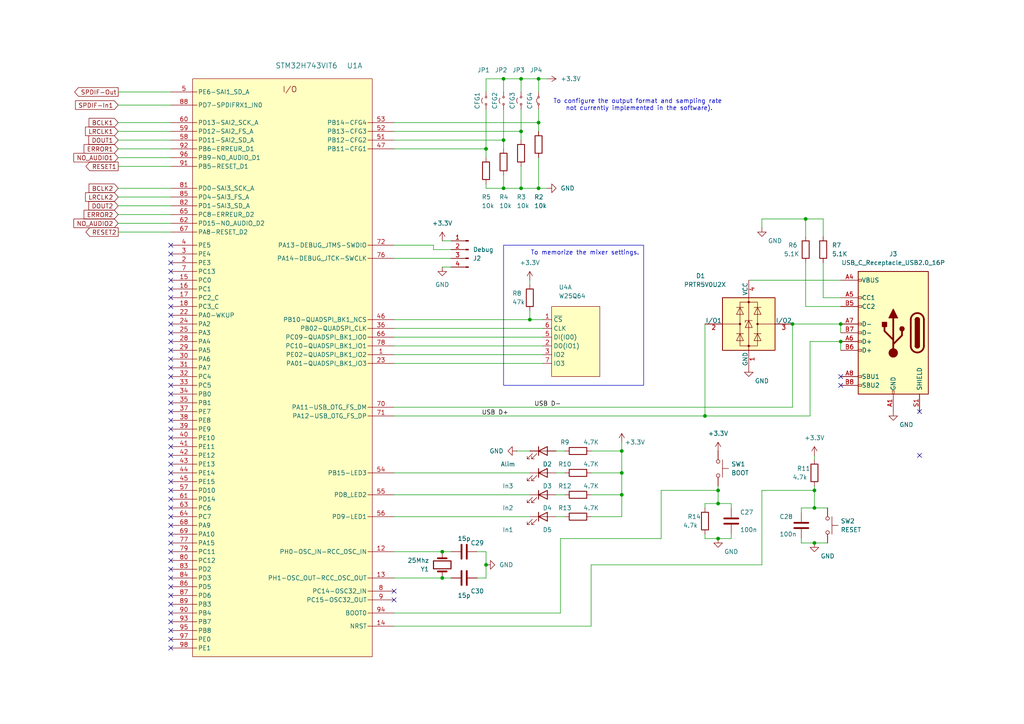
<source format=kicad_sch>
(kicad_sch (version 20250114) (generator "eeschema") (generator_version "9.0")
  (paper "A4")
  (title_block (title "S/PDIF ASYNCHRONOUS MIXER") (date "2024-10-27") (rev "A") (company "DAD Design"))
  (lib_symbols
    (symbol "Connector:Conn_01x04_Pin" (pin_names (offset 1.016) (hide yes))
      (property "Reference" "J1" (at -1.27 -2.5401 0))
      (property "Value" "Debug" (at -1.27 -0.0001 0))
      (symbol "Conn_01x04_Pin_1_1"
        (rectangle (start 0.8636 2.667) (end 0 2.413) (stroke (width 0.1524)) (fill (type outline)))
        (rectangle (start 0.8636 0.127) (end 0 -0.127) (stroke (width 0.1524)) (fill (type outline)))
        (rectangle (start 0.8636 -2.413) (end 0 -2.667) (stroke (width 0.1524)) (fill (type outline)))
        (rectangle (start 0.8636 -4.953) (end 0 -5.207) (stroke (width 0.1524)) (fill (type outline)))
        (polyline (pts (xy 1.27 2.54) (xy 0.8636 2.54)) (stroke (width 0.1524)))
        (polyline (pts (xy 1.27 0) (xy 0.8636 0)) (stroke (width 0.1524)))
        (polyline (pts (xy 1.27 -2.54) (xy 0.8636 -2.54)) (stroke (width 0.1524)))
        (polyline (pts (xy 1.27 -5.08) (xy 0.8636 -5.08)) (stroke (width 0.1524)))
        (pin power_in line (at 5.08 2.54 180) (length 3.81) (name "Pin_1") (number "1"))
        (pin bidirectional line (at 5.08 0 180) (length 3.81) (name "Pin_2") (number "2"))
        (pin bidirectional line (at 5.08 -2.54 180) (length 3.81) (name "Pin_3") (number "3"))
        (pin power_in line (at 5.08 -5.08 180) (length 3.81) (name "Pin_4") (number "4"))
      )
    )
    (symbol "Connector:USB_C_Receptacle_USB2.0_16P" (pin_names (offset 1.016))
      (property "Reference" "J" (at 0 22.225 0))
      (property "Value" "USB_C_Receptacle_USB2.0_16P" (at 0 19.685 0))
      (symbol "USB_C_Receptacle_USB2.0_16P_0_0"
        (rectangle (start -0.254 -17.78) (end 0.254 -16.764))
        (rectangle (start 10.16 15.494) (end 9.144 14.986))
        (rectangle (start 10.16 10.414) (end 9.144 9.906))
        (rectangle (start 10.16 7.874) (end 9.144 7.366))
        (rectangle (start 10.16 2.794) (end 9.144 2.286))
        (rectangle (start 10.16 0.254) (end 9.144 -0.254))
        (rectangle (start 10.16 -2.286) (end 9.144 -2.794))
        (rectangle (start 10.16 -4.826) (end 9.144 -5.334))
        (rectangle (start 10.16 -12.446) (end 9.144 -12.954))
        (rectangle (start 10.16 -14.986) (end 9.144 -15.494))
      )
      (symbol "USB_C_Receptacle_USB2.0_16P_0_1"
        (rectangle (start -10.16 17.78) (end 10.16 -17.78) (stroke (width 0.254)) (fill (type background)))
        (polyline (pts (xy -8.89 -3.81) (xy -8.89 3.81)) (stroke (width 0.508)))
        (rectangle (start -7.62 -3.81) (end -6.35 3.81) (stroke (width 0.254)) (fill (type outline)))
        (arc (start -7.62 3.81) (mid -6.985 4.4423) (end -6.35 3.81) (stroke (width 0.254)))
        (arc (start -7.62 3.81) (mid -6.985 4.4423) (end -6.35 3.81) (stroke (width 0.254)) (fill (type outline)))
        (arc (start -8.89 3.81) (mid -6.985 5.7067) (end -5.08 3.81) (stroke (width 0.508)))
        (arc (start -5.08 -3.81) (mid -6.985 -5.7067) (end -8.89 -3.81) (stroke (width 0.508)))
        (arc (start -6.35 -3.81) (mid -6.985 -4.4423) (end -7.62 -3.81) (stroke (width 0.254)))
        (arc (start -6.35 -3.81) (mid -6.985 -4.4423) (end -7.62 -3.81) (stroke (width 0.254)) (fill (type outline)))
        (polyline (pts (xy -5.08 3.81) (xy -5.08 -3.81)) (stroke (width 0.508)))
        (circle (center -2.54 1.143) (radius 0.635) (stroke (width 0.254)) (fill (type outline)))
        (polyline (pts (xy -1.27 4.318) (xy 0 6.858) (xy 1.27 4.318) (xy -1.27 4.318)) (stroke (width 0.254)) (fill (type outline)))
        (polyline (pts (xy 0 -2.032) (xy 2.54 0.508) (xy 2.54 1.778)) (stroke (width 0.508)))
        (polyline (pts (xy 0 -3.302) (xy -2.54 -0.762) (xy -2.54 0.508)) (stroke (width 0.508)))
        (polyline (pts (xy 0 -5.842) (xy 0 4.318)) (stroke (width 0.508)))
        (circle (center 0 -5.842) (radius 1.27) (fill (type outline)))
        (rectangle (start 1.905 1.778) (end 3.175 3.048) (stroke (width 0.254)) (fill (type outline)))
      )
      (symbol "USB_C_Receptacle_USB2.0_16P_1_1"
        (pin passive line (at -7.62 -22.86 90) (length 5.08) (name "SHIELD") (number "S1"))
        (pin passive line (at 0 -22.86 90) (length 5.08) (name "GND") (number "A1"))
        (pin passive line (at 0 -22.86 90) (length 5.08) (hide yes) (name "GND") (number "A12"))
        (pin passive line (at 0 -22.86 90) (length 5.08) (hide yes) (name "GND") (number "B1"))
        (pin passive line (at 0 -22.86 90) (length 5.08) (hide yes) (name "GND") (number "B12"))
        (pin passive line (at 15.24 15.24 180) (length 5.08) (name "VBUS") (number "A4"))
        (pin passive line (at 15.24 15.24 180) (length 5.08) (hide yes) (name "VBUS") (number "A9"))
        (pin passive line (at 15.24 15.24 180) (length 5.08) (hide yes) (name "VBUS") (number "B4"))
        (pin passive line (at 15.24 15.24 180) (length 5.08) (hide yes) (name "VBUS") (number "B9"))
        (pin bidirectional line (at 15.24 10.16 180) (length 5.08) (name "CC1") (number "A5"))
        (pin bidirectional line (at 15.24 7.62 180) (length 5.08) (name "CC2") (number "B5"))
        (pin bidirectional line (at 15.24 2.54 180) (length 5.08) (name "D-") (number "A7"))
        (pin bidirectional line (at 15.24 0 180) (length 5.08) (name "D-") (number "B7"))
        (pin bidirectional line (at 15.24 -2.54 180) (length 5.08) (name "D+") (number "A6"))
        (pin bidirectional line (at 15.24 -5.08 180) (length 5.08) (name "D+") (number "B6"))
        (pin bidirectional line (at 15.24 -12.7 180) (length 5.08) (name "SBU1") (number "A8"))
        (pin bidirectional line (at 15.24 -15.24 180) (length 5.08) (name "SBU2") (number "B8"))
      )
    )
    (symbol "Device:C" (pin_numbers (hide yes)) (pin_names (offset 0.254))
      (property "Reference" "C" (at 0.635 2.54 0))
      (property "Value" "C" (at 0.635 -2.54 0))
      (symbol "C_0_1"
        (polyline (pts (xy -2.032 0.762) (xy 2.032 0.762)) (stroke (width 0.508)))
        (polyline (pts (xy -2.032 -0.762) (xy 2.032 -0.762)) (stroke (width 0.508)))
      )
      (symbol "C_1_1"
        (pin passive line (at 0 3.81 270) (length 2.794) (name "~") (number "1"))
        (pin passive line (at 0 -3.81 90) (length 2.794) (name "~") (number "2"))
      )
    )
    (symbol "Device:Crystal" (pin_numbers (hide yes)) (pin_names (offset 1.016) (hide yes))
      (property "Reference" "Y" (at 0 3.81 0))
      (property "Value" "Crystal" (at 0 -3.81 0))
      (symbol "Crystal_0_1"
        (polyline (pts (xy -2.54 0) (xy -1.905 0)))
        (polyline (pts (xy -1.905 -1.27) (xy -1.905 1.27)) (stroke (width 0.508)))
        (rectangle (start -1.143 2.54) (end 1.143 -2.54) (stroke (width 0.3048)))
        (polyline (pts (xy 1.905 -1.27) (xy 1.905 1.27)) (stroke (width 0.508)))
        (polyline (pts (xy 2.54 0) (xy 1.905 0)))
      )
      (symbol "Crystal_1_1"
        (pin passive line (at -3.81 0 0) (length 1.27) (name "1") (number "1"))
        (pin passive line (at 3.81 0 180) (length 1.27) (name "2") (number "2"))
      )
    )
    (symbol "Device:LED" (pin_numbers (hide yes)) (pin_names (offset 1.016) (hide yes))
      (property "Reference" "D" (at 0 2.54 0))
      (property "Value" "LED" (at 0 -2.54 0))
      (symbol "LED_0_1"
        (polyline (pts (xy -3.048 -0.762) (xy -4.572 -2.286) (xy -3.81 -2.286) (xy -4.572 -2.286) (xy -4.572 -1.524)))
        (polyline (pts (xy -1.778 -0.762) (xy -3.302 -2.286) (xy -2.54 -2.286) (xy -3.302 -2.286) (xy -3.302 -1.524)))
        (polyline (pts (xy -1.27 0) (xy 1.27 0)))
        (polyline (pts (xy -1.27 -1.27) (xy -1.27 1.27)) (stroke (width 0.254)))
        (polyline (pts (xy 1.27 -1.27) (xy 1.27 1.27) (xy -1.27 0) (xy 1.27 -1.27)) (stroke (width 0.254)))
      )
      (symbol "LED_1_1"
        (pin passive line (at -3.81 0 0) (length 2.54) (name "K") (number "1"))
        (pin passive line (at 3.81 0 180) (length 2.54) (name "A") (number "2"))
      )
    )
    (symbol "Device:R" (pin_numbers (hide yes)) (pin_names (offset 0))
      (property "Reference" "R" (at 2.032 0 90))
      (property "Value" "R" (at 0 0 90))
      (symbol "R_0_1"
        (rectangle (start -1.016 -2.54) (end 1.016 2.54) (stroke (width 0.254)))
      )
      (symbol "R_1_1"
        (pin passive line (at 0 3.81 270) (length 1.27) (name "~") (number "1"))
        (pin passive line (at 0 -3.81 90) (length 1.27) (name "~") (number "2"))
      )
    )
    (symbol "Jumper:Jumper_2_Small_Bridged" (pin_numbers (hide yes)) (pin_names (offset 0) (hide yes)) (exclude_from_sim yes)
      (property "Reference" "JP" (at 0 2.032 0))
      (property "Value" "Jumper_2_Small_Bridged" (at 0 -2.286 0))
      (symbol "Jumper_2_Small_Bridged_0_0"
        (circle (center -1.016 0) (radius 0.254))
        (circle (center 1.016 0) (radius 0.254))
      )
      (symbol "Jumper_2_Small_Bridged_0_1"
        (arc (start -0.762 0.254) (mid 0 0.5696) (end 0.762 0.254))
      )
      (symbol "Jumper_2_Small_Bridged_1_1"
        (pin passive line (at -2.54 0 0) (length 1.27) (name "A") (number "1"))
        (pin passive line (at 2.54 0 180) (length 1.27) (name "B") (number "2"))
      )
    )
    (symbol "Jumper:Jumper_2_Small_Open" (pin_numbers (hide yes)) (pin_names (offset 0) (hide yes)) (exclude_from_sim yes)
      (property "Reference" "JP" (at 0 2.794 0))
      (property "Value" "Jumper_2_Small_Open" (at 0 -2.286 0))
      (symbol "Jumper_2_Small_Open_0_0"
        (circle (center -1.016 0) (radius 0.254))
        (circle (center 1.016 0) (radius 0.254))
      )
      (symbol "Jumper_2_Small_Open_0_1"
        (arc (start -0.762 1.0196) (mid 0 1.2729) (end 0.762 1.0196))
      )
      (symbol "Jumper_2_Small_Open_1_1"
        (pin passive line (at -2.54 0 0) (length 1.27) (name "A") (number "1"))
        (pin passive line (at 2.54 0 180) (length 1.27) (name "B") (number "2"))
      )
    )
    (symbol "Memory_Flash:W25Q16JVSS"
      (property "Reference" "U2" (at -5.588 17.018 0))
      (property "Value" "W25Q64" (at -5.588 14.478 0))
      (symbol "W25Q16JVSS_1_1"
        (rectangle (start -7.62 11.43) (end 6.35 -8.89) (fill (type background)))
        (pin input line (at -10.16 7.62 0) (length 2.54) (name "~{CS}") (number "1"))
        (pin input line (at -10.16 5.08 0) (length 2.54) (name "CLK") (number "6"))
        (pin bidirectional line (at -10.16 2.54 0) (length 2.54) (name "DI(IO0)") (number "5"))
        (pin bidirectional line (at -10.16 0 0) (length 2.54) (name "DO(IO1)") (number "2"))
        (pin bidirectional line (at -10.16 -2.54 0) (length 2.54) (name "IO2") (number "3"))
        (pin bidirectional line (at -10.16 -5.08 0) (length 2.54) (name "IO3") (number "7"))
      )
      (symbol "W25Q16JVSS_2_1"
        (rectangle (start -7.62 10.16) (end 7.62 -10.16) (stroke (width 0.254)) (fill (type background)))
        (pin power_in line (at 0 12.7 270) (length 2.54) (name "VCC") (number "8"))
        (pin power_in line (at 0 12.7 270) (length 2.54) (name "VCC") (number "8"))
        (pin power_in line (at 0 -12.7 90) (length 2.54) (name "GND") (number "4"))
        (pin power_in line (at 0 -12.7 90) (length 2.54) (name "GND") (number "4"))
      )
    )
    (symbol "Power_Protection:PRTR5V0U2X" (pin_names (offset 0))
      (property "Reference" "D" (at 2.794 8.636 0))
      (property "Value" "PRTR5V0U2X" (at 8.128 -9.398 0))
      (symbol "PRTR5V0U2X_0_1"
        (rectangle (start -7.62 -7.62) (end 7.62 7.62) (stroke (width 0.254)) (fill (type background)))
        (polyline (pts (xy -3.556 2.794) (xy -1.524 2.794) (xy -2.54 4.826) (xy -3.556 2.794)))
        (polyline (pts (xy -3.556 -4.826) (xy -1.524 -4.826) (xy -2.54 -2.794) (xy -3.556 -4.826)))
        (rectangle (start -2.54 6.35) (end 2.54 -6.35))
        (circle (center -2.54 0) (radius 0.254) (fill (type outline)))
        (polyline (pts (xy -2.54 0) (xy -7.62 0)))
        (polyline (pts (xy -1.524 4.826) (xy -3.556 4.826)))
        (polyline (pts (xy -1.524 -2.794) (xy -3.556 -2.794)))
        (polyline (pts (xy -1.016 -1.016) (xy 1.016 -1.016) (xy 0 1.016) (xy -1.016 -1.016)))
        (circle (center 0 6.35) (radius 0.254) (fill (type outline)))
        (circle (center 0 -6.35) (radius 0.254) (fill (type outline)))
        (polyline (pts (xy 0 -7.62) (xy 0 7.62)))
        (polyline (pts (xy 1.016 1.016) (xy -1.016 1.016) (xy -1.016 0.508)))
        (polyline (pts (xy 1.524 4.826) (xy 3.556 4.826)))
        (polyline (pts (xy 1.524 -2.794) (xy 3.556 -2.794)))
        (polyline (pts (xy 2.54 0) (xy 7.62 0)))
        (circle (center 2.54 0) (radius 0.254) (fill (type outline)))
        (polyline (pts (xy 3.556 2.794) (xy 1.524 2.794) (xy 2.54 4.826) (xy 3.556 2.794)))
        (polyline (pts (xy 3.556 -4.826) (xy 1.524 -4.826) (xy 2.54 -2.794) (xy 3.556 -4.826)))
      )
      (symbol "PRTR5V0U2X_1_1"
        (pin passive line (at -12.7 0 0) (length 5.08) (name "I/O1") (number "2"))
        (pin passive line (at 0 12.7 270) (length 5.08) (name "VCC") (number "4"))
        (pin passive line (at 0 -12.7 90) (length 5.08) (name "GND") (number "1"))
        (pin passive line (at 12.7 0 180) (length 5.08) (name "I/O2") (number "3"))
      )
    )
    (symbol "STM32H743VIT6:STM32H743VIT6" (pin_names (offset 0.254))
      (property "Reference" "U1" (at 10.16 3.81 0))
      (property "Value" "STM32H743VIT6" (at 24.13 3.81 0))
      (symbol "STM32H743VIT6_1_1"
        (rectangle (start 5.08 0) (end 57.15 -167.64) (fill (type background)))
        (text "I/O" (at 28.956 -3.048 0) (effects (font (size 1.6 1.6))))
        (pin input line (at -1.27 -12.7 0) (length 7.62) (name "PB14-CFG4") (number "53"))
        (pin input line (at -1.27 -15.24 0) (length 7.62) (name "PB13-CFG3") (number "52"))
        (pin input line (at -1.27 -17.78 0) (length 7.62) (name "PB12-CFG2") (number "51"))
        (pin input line (at -1.27 -20.32 0) (length 7.62) (name "PB11-CFG1") (number "47"))
        (pin unspecified line (at -1.27 -48.26 0) (length 7.62) (name "PA13-DEBUG_JTMS-SWDIO") (number "72"))
        (pin unspecified line (at -1.27 -52.07 0) (length 7.62) (name "PA14-DEBUG_JTCK-SWCLK") (number "76"))
        (pin output line (at -1.27 -69.85 0) (length 7.62) (name "PB10-QUADSPI_BK1_NCS") (number "46"))
        (pin output line (at -1.27 -72.39 0) (length 7.62) (name "PB02-QUADSPI_CLK") (number "36"))
        (pin input line (at -1.27 -74.93 0) (length 7.62) (name "PC09-QUADSPI_BK1_IO0") (number "66"))
        (pin bidirectional line (at -1.27 -77.47 0) (length 7.62) (name "PC10-QUADSPI_BK1_IO1") (number "78"))
        (pin bidirectional line (at -1.27 -80.01 0) (length 7.62) (name "PE02-QUADSPI_BK1_IO2") (number "1"))
        (pin bidirectional line (at -1.27 -82.55 0) (length 7.62) (name "PA01-QUADSPI_BK1_IO3") (number "23"))
        (pin output line (at -1.27 -95.25 0) (length 7.62) (name "PA11-USB_OTG_FS_DM") (number "70"))
        (pin output line (at -1.27 -97.79 0) (length 7.62) (name "PA12-USB_OTG_FS_DP") (number "71"))
        (pin bidirectional line (at -1.27 -114.3 0) (length 7.62) (name "PB15-LED3") (number "54"))
        (pin bidirectional line (at -1.27 -120.65 0) (length 7.62) (name "PD8_LED2") (number "55"))
        (pin bidirectional line (at -1.27 -127 0) (length 7.62) (name "PD9-LED1") (number "56"))
        (pin input line (at -1.27 -137.16 0) (length 7.62) (name "PH0-OSC_IN-RCC_OSC_IN") (number "12"))
        (pin output line (at -1.27 -144.78 0) (length 7.62) (name "PH1-OSC_OUT-RCC_OSC_OUT") (number "13"))
        (pin input line (at -1.27 -148.59 0) (length 7.62) (name "PC14-OSC32_IN") (number "8"))
        (pin output line (at -1.27 -151.13 0) (length 7.62) (name "PC15-OSC32_OUT") (number "9"))
        (pin input line (at -1.27 -154.94 0) (length 7.62) (name "BOOT0") (number "94"))
        (pin input line (at -1.27 -158.75 0) (length 7.62) (name "NRST") (number "14"))
        (pin output line (at 63.5 -3.81 180) (length 7.62) (name "PE6-SAI1_SD_A") (number "5"))
        (pin input line (at 63.5 -7.62 180) (length 7.62) (name "PD7-SPDIFRX1_IN0") (number "88"))
        (pin input line (at 63.5 -12.7 180) (length 7.62) (name "PD13-SAI2_SCK_A") (number "60"))
        (pin input line (at 63.5 -15.24 180) (length 7.62) (name "PD12-SAI2_FS_A") (number "59"))
        (pin input line (at 63.5 -17.78 180) (length 7.62) (name "PD11-SAI2_SD_A") (number "58"))
        (pin input line (at 63.5 -20.32 180) (length 7.62) (name "PB6-ERREUR_D1") (number "92"))
        (pin output line (at 63.5 -22.86 180) (length 7.62) (name "PB9-NO_AUDIO_D1") (number "96"))
        (pin output line (at 63.5 -25.4 180) (length 7.62) (name "PB5-RESET_D1") (number "91"))
        (pin input line (at 63.5 -31.75 180) (length 7.62) (name "PD0-SAI3_SCK_A") (number "81"))
        (pin input line (at 63.5 -34.29 180) (length 7.62) (name "PD4-SAI3_FS_A") (number "85"))
        (pin input line (at 63.5 -36.83 180) (length 7.62) (name "PD1-SAI3_SD_A") (number "82"))
        (pin input line (at 63.5 -39.37 180) (length 7.62) (name "PC8-ERREUR_D2") (number "65"))
        (pin input line (at 63.5 -41.91 180) (length 7.62) (name "PD15-NO_AUDIO_D2") (number "62"))
        (pin output line (at 63.5 -44.45 180) (length 7.62) (name "PA8-RESET_D2") (number "67"))
        (pin bidirectional line (at 63.5 -48.26 180) (length 7.62) (name "PE5") (number "4"))
        (pin bidirectional line (at 63.5 -50.8 180) (length 7.62) (name "PE4") (number "3"))
        (pin bidirectional line (at 63.5 -53.34 180) (length 7.62) (name "PE3") (number "2"))
        (pin bidirectional line (at 63.5 -55.88 180) (length 7.62) (name "PC13") (number "7"))
        (pin bidirectional line (at 63.5 -58.42 180) (length 7.62) (name "PC0") (number "15"))
        (pin bidirectional line (at 63.5 -60.96 180) (length 7.62) (name "PC1") (number "16"))
        (pin bidirectional line (at 63.5 -63.5 180) (length 7.62) (name "PC2_C") (number "17"))
        (pin bidirectional line (at 63.5 -66.04 180) (length 7.62) (name "PC3_C") (number "18"))
        (pin bidirectional line (at 63.5 -68.58 180) (length 7.62) (name "PA0-WKUP") (number "22"))
        (pin bidirectional line (at 63.5 -71.12 180) (length 7.62) (name "PA2") (number "24"))
        (pin bidirectional line (at 63.5 -73.66 180) (length 7.62) (name "PA3") (number "25"))
        (pin bidirectional line (at 63.5 -76.2 180) (length 7.62) (name "PA4") (number "28"))
        (pin bidirectional line (at 63.5 -78.74 180) (length 7.62) (name "PA5") (number "29"))
        (pin bidirectional line (at 63.5 -81.28 180) (length 7.62) (name "PA6") (number "30"))
        (pin bidirectional line (at 63.5 -83.82 180) (length 7.62) (name "PA7") (number "31"))
        (pin bidirectional line (at 63.5 -86.36 180) (length 7.62) (name "PC4") (number "32"))
        (pin bidirectional line (at 63.5 -88.9 180) (length 7.62) (name "PC5") (number "33"))
        (pin bidirectional line (at 63.5 -91.44 180) (length 7.62) (name "PB0") (number "34"))
        (pin bidirectional line (at 63.5 -93.98 180) (length 7.62) (name "PB1") (number "35"))
        (pin bidirectional line (at 63.5 -96.52 180) (length 7.62) (name "PE7") (number "37"))
        (pin bidirectional line (at 63.5 -99.06 180) (length 7.62) (name "PE8") (number "38"))
        (pin bidirectional line (at 63.5 -101.6 180) (length 7.62) (name "PE9") (number "39"))
        (pin bidirectional line (at 63.5 -104.14 180) (length 7.62) (name "PE10") (number "40"))
        (pin bidirectional line (at 63.5 -106.68 180) (length 7.62) (name "PE11") (number "41"))
        (pin bidirectional line (at 63.5 -109.22 180) (length 7.62) (name "PE12") (number "42"))
        (pin bidirectional line (at 63.5 -111.76 180) (length 7.62) (name "PE13") (number "43"))
        (pin bidirectional line (at 63.5 -114.3 180) (length 7.62) (name "PE14") (number "44"))
        (pin bidirectional line (at 63.5 -116.84 180) (length 7.62) (name "PE15") (number "45"))
        (pin bidirectional line (at 63.5 -119.38 180) (length 7.62) (name "PD10") (number "57"))
        (pin bidirectional line (at 63.5 -121.92 180) (length 7.62) (name "PD14") (number "61"))
        (pin bidirectional line (at 63.5 -124.46 180) (length 7.62) (name "PC6") (number "63"))
        (pin bidirectional line (at 63.5 -127 180) (length 7.62) (name "PC7") (number "64"))
        (pin bidirectional line (at 63.5 -129.54 180) (length 7.62) (name "PA9") (number "68"))
        (pin bidirectional line (at 63.5 -132.08 180) (length 7.62) (name "PA10") (number "69"))
        (pin bidirectional line (at 63.5 -134.62 180) (length 7.62) (name "PA15") (number "77"))
        (pin bidirectional line (at 63.5 -137.16 180) (length 7.62) (name "PC11") (number "79"))
        (pin bidirectional line (at 63.5 -139.7 180) (length 7.62) (name "PC12") (number "80"))
        (pin bidirectional line (at 63.5 -142.24 180) (length 7.62) (name "PD2") (number "83"))
        (pin bidirectional line (at 63.5 -144.78 180) (length 7.62) (name "PD3") (number "84"))
        (pin bidirectional line (at 63.5 -147.32 180) (length 7.62) (name "PD5") (number "86"))
        (pin bidirectional line (at 63.5 -149.86 180) (length 7.62) (name "PD6") (number "87"))
        (pin bidirectional line (at 63.5 -152.4 180) (length 7.62) (name "PB3") (number "89"))
        (pin bidirectional line (at 63.5 -154.94 180) (length 7.62) (name "PB4") (number "90"))
        (pin bidirectional line (at 63.5 -157.48 180) (length 7.62) (name "PB7") (number "93"))
        (pin bidirectional line (at 63.5 -160.02 180) (length 7.62) (name "PB8") (number "95"))
        (pin bidirectional line (at 63.5 -162.56 180) (length 7.62) (name "PE0") (number "97"))
        (pin bidirectional line (at 63.5 -165.1 180) (length 7.62) (name "PE1") (number "98"))
      )
      (symbol "STM32H743VIT6_2_1"
        (rectangle (start 5.08 0) (end 41.91 -73.66) (fill (type background)))
        (text "Power" (at 24.13 -2.54 0) (effects (font (size 1.6 1.6))))
        (pin power_in line (at -1.27 -7.62 0) (length 7.62) (name "VBAT") (number "6"))
        (pin bidirectional line (at -1.27 -48.26 0) (length 7.62) (name "VCAP1") (number "48"))
        (pin bidirectional line (at -1.27 -53.34 0) (length 7.62) (name "VCAP2") (number "73"))
        (pin input line (at 0 -21.59 0) (length 7.62) (name "VREF+") (number "20"))
        (pin power_in line (at 0 -26.67 0) (length 7.62) (name "VDDA") (number "21"))
        (pin power_in line (at 0 -36.83 0) (length 7.62) (name "VSSA") (number "19"))
        (pin power_in line (at 48.26 -7.62 180) (length 7.62) (name "VDD") (number "11"))
        (pin power_in line (at 48.26 -13.97 180) (length 7.62) (name "VSS") (number "10"))
        (pin power_in line (at 48.26 -20.32 180) (length 7.62) (name "VDD") (number "27"))
        (pin power_in line (at 48.26 -26.67 180) (length 7.62) (name "VSS") (number "26"))
        (pin power_in line (at 48.26 -34.29 180) (length 7.62) (name "VDD") (number "50"))
        (pin power_in line (at 48.26 -40.64 180) (length 7.62) (name "VSS") (number "49"))
        (pin power_in line (at 48.26 -48.26 180) (length 7.62) (name "VDD") (number "75"))
        (pin power_in line (at 48.26 -54.61 180) (length 7.62) (name "VSS") (number "74"))
        (pin power_in line (at 48.26 -62.23 180) (length 7.62) (name "VDD") (number "100"))
        (pin power_in line (at 48.26 -68.58 180) (length 7.62) (name "VSS") (number "99"))
      )
    )
    (symbol "Switch:SW_Push" (pin_numbers (hide yes)) (pin_names (offset 1.016) (hide yes))
      (property "Reference" "SW" (at 1.27 2.54 0))
      (property "Value" "SW_Push" (at 0 -1.524 0))
      (symbol "SW_Push_0_1"
        (circle (center -2.032 0) (radius 0.508))
        (polyline (pts (xy 0 1.27) (xy 0 3.048)))
        (circle (center 2.032 0) (radius 0.508))
        (polyline (pts (xy 2.54 1.27) (xy -2.54 1.27)))
        (pin passive line (at -5.08 0 0) (length 2.54) (name "1") (number "1"))
        (pin passive line (at 5.08 0 180) (length 2.54) (name "2") (number "2"))
      )
    )
    (symbol "power:+3.3V" (power) (pin_numbers (hide yes)) (pin_names (offset 0) (hide yes))
      (property "Value" "+3.3V" (at 0 3.556 0))
      (symbol "+3.3V_0_1"
        (polyline (pts (xy -0.762 1.27) (xy 0 2.54)))
        (polyline (pts (xy 0 2.54) (xy 0.762 1.27)))
        (polyline (pts (xy 0 0) (xy 0 2.54)))
      )
      (symbol "+3.3V_1_1"
        (pin power_in line (at 0 0 90) (length 0) (name "~") (number "1"))
      )
    )
    (symbol "power:GND" (power) (pin_numbers (hide yes)) (pin_names (offset 0) (hide yes))
      (property "Value" "GND" (at 0 -3.81 0))
      (symbol "GND_0_1"
        (polyline (pts (xy 0 0) (xy 0 -1.27) (xy 1.27 -1.27) (xy 0 -2.54) (xy -1.27 -1.27) (xy 0 -1.27)))
      )
      (symbol "GND_1_1"
        (pin power_in line (at 0 0 270) (length 0) (name "~") (number "1"))
      )
    )
  )
  (rectangle (start 146.05 71.12) (end 186.69 111.76))
  (text "To configure the output format and sampling rate \nnot currently implemented in the software)." (at 185.42 30.48 0) (effects (font (size 1.27 1.27))))
  (text "To memorize the mixer settings." (at 169.672 73.406 0) (effects (font (size 1.27 1.27))))
  (junction (at 180.34 137.16))
  (junction (at 128.27 167.64))
  (junction (at 156.21 35.56))
  (junction (at 233.68 63.5))
  (junction (at 153.67 92.71))
  (junction (at 151.13 38.1))
  (junction (at 151.13 54.61))
  (junction (at 140.97 163.83))
  (junction (at 156.21 54.61))
  (junction (at 128.27 160.02))
  (junction (at 151.13 22.86))
  (junction (at 243.84 99.06))
  (junction (at 140.97 43.18))
  (junction (at 208.28 146.05))
  (junction (at 156.21 22.86))
  (junction (at 236.22 147.32))
  (junction (at 146.05 54.61))
  (junction (at 236.22 142.24))
  (junction (at 180.34 143.51))
  (junction (at 208.28 142.24))
  (junction (at 236.22 157.48))
  (junction (at 180.34 130.81))
  (junction (at 146.05 22.86))
  (junction (at 229.87 93.98))
  (junction (at 146.05 40.64))
  (junction (at 243.84 93.98))
  (junction (at 204.47 120.65))
  (junction (at 208.28 156.21))
  (no_connect (at 49.53 177.8))
  (no_connect (at 49.53 185.42))
  (no_connect (at 114.3 173.99))
  (no_connect (at 49.53 88.9))
  (no_connect (at 49.53 172.72))
  (no_connect (at 49.53 160.02))
  (no_connect (at 49.53 86.36))
  (no_connect (at 49.53 104.14))
  (no_connect (at 49.53 170.18))
  (no_connect (at 243.84 111.76))
  (no_connect (at 49.53 76.2))
  (no_connect (at 114.3 171.45))
  (no_connect (at 266.7 119.38))
  (no_connect (at 49.53 152.4))
  (no_connect (at 49.53 127))
  (no_connect (at 49.53 180.34))
  (no_connect (at 49.53 144.78))
  (no_connect (at 49.53 116.84))
  (no_connect (at 49.53 147.32))
  (no_connect (at 49.53 154.94))
  (no_connect (at 49.53 83.82))
  (no_connect (at 49.53 132.08))
  (no_connect (at 49.53 96.52))
  (no_connect (at 49.53 149.86))
  (no_connect (at 49.53 111.76))
  (no_connect (at 49.53 142.24))
  (no_connect (at 49.53 73.66))
  (no_connect (at 49.53 81.28))
  (no_connect (at 49.53 157.48))
  (no_connect (at 49.53 175.26))
  (no_connect (at 49.53 114.3))
  (no_connect (at 49.53 139.7))
  (no_connect (at 49.53 91.44))
  (no_connect (at 49.53 78.74))
  (no_connect (at 49.53 134.62))
  (no_connect (at 49.53 99.06))
  (no_connect (at 266.7 132.08))
  (no_connect (at 49.53 93.98))
  (no_connect (at 49.53 137.16))
  (no_connect (at 49.53 106.68))
  (no_connect (at 49.53 121.92))
  (no_connect (at 49.53 129.54))
  (no_connect (at 243.84 109.22))
  (no_connect (at 49.53 182.88))
  (no_connect (at 49.53 71.12))
  (no_connect (at 49.53 162.56))
  (no_connect (at 49.53 167.64))
  (no_connect (at 49.53 101.6))
  (no_connect (at 49.53 187.96))
  (no_connect (at 49.53 119.38))
  (no_connect (at 49.53 124.46))
  (no_connect (at 49.53 165.1))
  (no_connect (at 49.53 109.22))
  (wire (pts (xy 34.29 45.72) (xy 49.53 45.72)))
  (wire (pts (xy 146.05 22.86) (xy 151.13 22.86)))
  (wire (pts (xy 114.3 149.86) (xy 153.67 149.86)))
  (wire (pts (xy 161.29 149.86) (xy 163.83 149.86)))
  (wire (pts (xy 161.29 137.16) (xy 163.83 137.16)))
  (wire (pts (xy 151.13 31.75) (xy 151.13 38.1)))
  (wire (pts (xy 220.98 163.83) (xy 220.98 142.24)))
  (wire (pts (xy 114.3 97.79) (xy 157.48 97.79)))
  (wire (pts (xy 151.13 22.86) (xy 151.13 26.67)))
  (wire (pts (xy 146.05 50.8) (xy 146.05 54.61)))
  (wire (pts (xy 140.97 31.75) (xy 140.97 43.18)))
  (wire (pts (xy 128.27 77.47) (xy 130.81 77.47)))
  (wire (pts (xy 204.47 146.05) (xy 204.47 147.32)))
  (wire (pts (xy 114.3 177.8) (xy 162.56 177.8)))
  (wire (pts (xy 153.67 81.28) (xy 153.67 82.55)))
  (wire (pts (xy 125.73 71.12) (xy 125.73 72.39)))
  (wire (pts (xy 243.84 99.06) (xy 243.84 101.6)))
  (wire (pts (xy 171.45 181.61) (xy 171.45 163.83)))
  (wire (pts (xy 208.28 142.24) (xy 208.28 146.05)))
  (wire (pts (xy 151.13 48.26) (xy 151.13 54.61)))
  (wire (pts (xy 158.75 22.86) (xy 156.21 22.86)))
  (wire (pts (xy 140.97 53.34) (xy 140.97 54.61)))
  (wire (pts (xy 229.87 93.98) (xy 243.84 93.98)))
  (wire (pts (xy 171.45 143.51) (xy 180.34 143.51)))
  (wire (pts (xy 114.3 160.02) (xy 128.27 160.02)))
  (wire (pts (xy 140.97 160.02) (xy 140.97 163.83)))
  (wire (pts (xy 128.27 69.85) (xy 130.81 69.85)))
  (wire (pts (xy 204.47 154.94) (xy 204.47 156.21)))
  (wire (pts (xy 34.29 38.1) (xy 49.53 38.1)))
  (wire (pts (xy 140.97 22.86) (xy 140.97 26.67)))
  (wire (pts (xy 204.47 120.65) (xy 234.95 120.65)))
  (wire (pts (xy 114.3 143.51) (xy 153.67 143.51)))
  (wire (pts (xy 238.76 63.5) (xy 238.76 68.58)))
  (wire (pts (xy 34.29 62.23) (xy 49.53 62.23)))
  (wire (pts (xy 171.45 137.16) (xy 180.34 137.16)))
  (wire (pts (xy 114.3 38.1) (xy 151.13 38.1)))
  (wire (pts (xy 229.87 118.11) (xy 229.87 93.98)))
  (wire (pts (xy 162.56 156.21) (xy 191.77 156.21)))
  (wire (pts (xy 156.21 54.61) (xy 151.13 54.61)))
  (wire (pts (xy 114.3 92.71) (xy 153.67 92.71)))
  (wire (pts (xy 114.3 43.18) (xy 140.97 43.18)))
  (wire (pts (xy 128.27 160.02) (xy 130.81 160.02)))
  (wire (pts (xy 238.76 76.2) (xy 238.76 86.36)))
  (wire (pts (xy 34.29 67.31) (xy 49.53 67.31)))
  (wire (pts (xy 146.05 40.64) (xy 146.05 43.18)))
  (wire (pts (xy 114.3 74.93) (xy 130.81 74.93)))
  (wire (pts (xy 233.68 63.5) (xy 238.76 63.5)))
  (wire (pts (xy 191.77 156.21) (xy 191.77 142.24)))
  (wire (pts (xy 180.34 137.16) (xy 180.34 130.81)))
  (wire (pts (xy 236.22 142.24) (xy 236.22 147.32)))
  (wire (pts (xy 149.86 130.81) (xy 153.67 130.81)))
  (wire (pts (xy 233.68 88.9) (xy 243.84 88.9)))
  (wire (pts (xy 153.67 92.71) (xy 157.48 92.71)))
  (wire (pts (xy 236.22 147.32) (xy 232.41 147.32)))
  (wire (pts (xy 34.29 40.64) (xy 49.53 40.64)))
  (wire (pts (xy 232.41 156.21) (xy 232.41 157.48)))
  (wire (pts (xy 151.13 54.61) (xy 146.05 54.61)))
  (wire (pts (xy 232.41 148.59) (xy 232.41 147.32)))
  (wire (pts (xy 158.75 54.61) (xy 156.21 54.61)))
  (wire (pts (xy 236.22 157.48) (xy 240.03 157.48)))
  (wire (pts (xy 212.09 154.94) (xy 212.09 156.21)))
  (wire (pts (xy 180.34 149.86) (xy 180.34 143.51)))
  (wire (pts (xy 191.77 142.24) (xy 208.28 142.24)))
  (wire (pts (xy 128.27 167.64) (xy 130.81 167.64)))
  (wire (pts (xy 220.98 63.5) (xy 233.68 63.5)))
  (wire (pts (xy 151.13 38.1) (xy 151.13 40.64)))
  (wire (pts (xy 114.3 35.56) (xy 156.21 35.56)))
  (wire (pts (xy 234.95 99.06) (xy 243.84 99.06)))
  (wire (pts (xy 153.67 90.17) (xy 153.67 92.71)))
  (wire (pts (xy 156.21 22.86) (xy 156.21 26.67)))
  (wire (pts (xy 125.73 72.39) (xy 130.81 72.39)))
  (wire (pts (xy 138.43 167.64) (xy 140.97 167.64)))
  (wire (pts (xy 180.34 143.51) (xy 180.34 137.16)))
  (wire (pts (xy 212.09 146.05) (xy 212.09 147.32)))
  (wire (pts (xy 114.3 100.33) (xy 157.48 100.33)))
  (wire (pts (xy 161.29 130.81) (xy 163.83 130.81)))
  (wire (pts (xy 236.22 132.08) (xy 236.22 133.35)))
  (wire (pts (xy 146.05 31.75) (xy 146.05 40.64)))
  (wire (pts (xy 114.3 95.25) (xy 157.48 95.25)))
  (wire (pts (xy 114.3 102.87) (xy 157.48 102.87)))
  (wire (pts (xy 34.29 57.15) (xy 49.53 57.15)))
  (wire (pts (xy 234.95 120.65) (xy 234.95 99.06)))
  (wire (pts (xy 204.47 93.98) (xy 204.47 120.65)))
  (wire (pts (xy 236.22 140.97) (xy 236.22 142.24)))
  (wire (pts (xy 161.29 143.51) (xy 163.83 143.51)))
  (wire (pts (xy 212.09 156.21) (xy 208.28 156.21)))
  (wire (pts (xy 162.56 177.8) (xy 162.56 156.21)))
  (wire (pts (xy 220.98 66.04) (xy 220.98 63.5)))
  (wire (pts (xy 180.34 130.81) (xy 171.45 130.81)))
  (wire (pts (xy 146.05 22.86) (xy 140.97 22.86)))
  (wire (pts (xy 34.29 26.67) (xy 49.53 26.67)))
  (wire (pts (xy 114.3 120.65) (xy 204.47 120.65)))
  (wire (pts (xy 208.28 146.05) (xy 212.09 146.05)))
  (wire (pts (xy 138.43 160.02) (xy 140.97 160.02)))
  (wire (pts (xy 34.29 64.77) (xy 49.53 64.77)))
  (wire (pts (xy 34.29 35.56) (xy 49.53 35.56)))
  (wire (pts (xy 114.3 181.61) (xy 171.45 181.61)))
  (wire (pts (xy 114.3 40.64) (xy 146.05 40.64)))
  (wire (pts (xy 114.3 105.41) (xy 157.48 105.41)))
  (wire (pts (xy 140.97 163.83) (xy 140.97 167.64)))
  (wire (pts (xy 34.29 43.18) (xy 49.53 43.18)))
  (wire (pts (xy 208.28 156.21) (xy 204.47 156.21)))
  (wire (pts (xy 146.05 54.61) (xy 140.97 54.61)))
  (wire (pts (xy 34.29 30.48) (xy 49.53 30.48)))
  (wire (pts (xy 171.45 163.83) (xy 220.98 163.83)))
  (wire (pts (xy 156.21 22.86) (xy 151.13 22.86)))
  (wire (pts (xy 146.05 22.86) (xy 146.05 26.67)))
  (wire (pts (xy 217.17 81.28) (xy 243.84 81.28)))
  (wire (pts (xy 114.3 167.64) (xy 128.27 167.64)))
  (wire (pts (xy 34.29 59.69) (xy 49.53 59.69)))
  (wire (pts (xy 171.45 149.86) (xy 180.34 149.86)))
  (wire (pts (xy 114.3 137.16) (xy 153.67 137.16)))
  (wire (pts (xy 156.21 35.56) (xy 156.21 38.1)))
  (wire (pts (xy 156.21 31.75) (xy 156.21 35.56)))
  (wire (pts (xy 208.28 140.97) (xy 208.28 142.24)))
  (wire (pts (xy 243.84 93.98) (xy 243.84 96.52)))
  (wire (pts (xy 233.68 63.5) (xy 233.68 68.58)))
  (wire (pts (xy 220.98 142.24) (xy 236.22 142.24)))
  (wire (pts (xy 208.28 146.05) (xy 204.47 146.05)))
  (wire (pts (xy 114.3 118.11) (xy 229.87 118.11)))
  (wire (pts (xy 180.34 128.27) (xy 180.34 130.81)))
  (wire (pts (xy 34.29 54.61) (xy 49.53 54.61)))
  (wire (pts (xy 238.76 86.36) (xy 243.84 86.36)))
  (wire (pts (xy 233.68 76.2) (xy 233.68 88.9)))
  (wire (pts (xy 34.29 48.26) (xy 49.53 48.26)))
  (wire (pts (xy 240.03 147.32) (xy 236.22 147.32)))
  (wire (pts (xy 232.41 157.48) (xy 236.22 157.48)))
  (wire (pts (xy 114.3 71.12) (xy 125.73 71.12)))
  (wire (pts (xy 156.21 45.72) (xy 156.21 54.61)))
  (wire (pts (xy 140.97 43.18) (xy 140.97 45.72)))
  (label "USB D-" (at 154.94 118.11 0))
  (label "USB D+" (at 139.7 120.65 0))
  (global_label "DOUT2" (shape input) (at 34.29 59.69 180) (property "Intersheetrefs" "${INTERSHEET_REFS}" (effects (hide yes))))
  (global_label "RESET2" (shape output) (at 34.29 67.31 180) (property "Intersheetrefs" "${INTERSHEET_REFS}" (effects (hide yes))))
  (global_label "SPDIF-In1" (shape input) (at 34.29 30.48 180) (property "Intersheetrefs" "${INTERSHEET_REFS}" (effects (hide yes))))
  (global_label "NO_AUDIO2" (shape input) (at 34.29 64.77 180) (property "Intersheetrefs" "${INTERSHEET_REFS}" (effects (hide yes))))
  (global_label "BCLK2" (shape input) (at 34.29 54.61 180) (property "Intersheetrefs" "${INTERSHEET_REFS}" (effects (hide yes))))
  (global_label "ERROR2" (shape input) (at 34.29 62.23 180) (property "Intersheetrefs" "${INTERSHEET_REFS}" (effects (hide yes))))
  (global_label "BCLK1" (shape input) (at 34.29 35.56 180) (property "Intersheetrefs" "${INTERSHEET_REFS}" (effects (hide yes))))
  (global_label "NO_AUDIO1" (shape input) (at 34.29 45.72 180) (property "Intersheetrefs" "${INTERSHEET_REFS}" (effects (hide yes))))
  (global_label "DOUT1" (shape input) (at 34.29 40.64 180) (property "Intersheetrefs" "${INTERSHEET_REFS}" (effects (hide yes))))
  (global_label "LRCLK2" (shape input) (at 34.29 57.15 180) (property "Intersheetrefs" "${INTERSHEET_REFS}" (effects (hide yes))))
  (global_label "LRCLK1" (shape input) (at 34.29 38.1 180) (property "Intersheetrefs" "${INTERSHEET_REFS}" (effects (hide yes))))
  (global_label "SPDIF-Out" (shape output) (at 34.29 26.67 180) (property "Intersheetrefs" "${INTERSHEET_REFS}" (effects (hide yes))))
  (global_label "ERROR1" (shape input) (at 34.29 43.18 180) (property "Intersheetrefs" "${INTERSHEET_REFS}" (effects (hide yes))))
  (global_label "RESET1" (shape output) (at 34.29 48.26 180) (property "Intersheetrefs" "${INTERSHEET_REFS}" (effects (hide yes))))
  (symbol (lib_id "power:GND") (at 140.97 163.83 90) (unit 1)
    (property "Reference" "#PWR049" (effects (hide yes)))
    (property "Value" "GND" (at 144.78 163.8299 90) (effects (justify right)))
    (property "Description" "Power symbol creates a global label with name \"GND\" , ground" (effects (hide yes)))
  )
  (symbol (lib_id "power:GND") (at 128.27 77.47 0) (unit 1)
    (property "Reference" "#PWR039" (effects (hide yes)))
    (property "Value" "GND" (at 128.27 82.55 0))
    (property "Description" "Power symbol creates a global label with name \"GND\" , ground" (effects (hide yes)))
  )
  (symbol (lib_id "power:GND") (at 220.98 66.04 0) (unit 1)
    (property "Reference" "#PWR037" (effects (hide yes)))
    (property "Value" "GND" (at 224.79 69.85 0))
    (property "Description" "Power symbol creates a global label with name \"GND\" , ground" (effects (hide yes)))
  )
  (symbol (lib_id "power:GND") (at 208.28 156.21 0) (unit 1)
    (property "Reference" "#PWR047" (effects (hide yes)))
    (property "Value" "GND" (at 212.09 160.02 0))
    (property "Description" "Power symbol creates a global label with name \"GND\" , ground" (effects (hide yes)))
  )
  (symbol (lib_id "power:GND") (at 217.17 106.68 0) (unit 1)
    (property "Reference" "#PWR041" (effects (hide yes)))
    (property "Value" "GND" (at 220.98 110.49 0))
    (property "Description" "Power symbol creates a global label with name \"GND\" , ground" (effects (hide yes)))
  )
  (symbol (lib_id "power:+3.3V") (at 180.34 128.27 0) (unit 1)
    (property "Reference" "#PWR043" (effects (hide yes)))
    (property "Value" "+3.3V" (at 184.15 128.27 0))
    (property "Description" "Power symbol creates a global label with name \"+3.3V\"" (effects (hide yes)))
  )
  (symbol (lib_id "Device:R") (at 151.13 44.45 0) (unit 1)
    (property "Reference" "R3" (at 149.86 57.15 0) (effects (justify left)))
    (property "Value" "10k" (at 149.86 59.69 0) (effects (justify left)))
    (property "Footprint" "Resistor_SMD:R_1206_3216Metric_Pad1.30x1.75mm_HandSolder" (effects (hide yes)))
    (property "Description" "Resistor" (effects (hide yes)))
  )
  (symbol (lib_id "Device:R") (at 238.76 72.39 0) (unit 1)
    (property "Reference" "R7" (at 241.3 71.12 0) (effects (justify left)))
    (property "Value" "5.1K" (at 241.3 73.66 0) (effects (justify left)))
    (property "Footprint" "Resistor_SMD:R_1206_3216Metric_Pad1.30x1.75mm_HandSolder" (effects (hide yes)))
    (property "Description" "Resistor" (effects (hide yes)))
  )
  (symbol (lib_id "Device:C") (at 232.41 152.4 0) (unit 1)
    (property "Reference" "C28" (at 226.06 149.86 0) (effects (justify left)))
    (property "Value" "100n" (at 226.06 154.94 0) (effects (justify left)))
    (property "Footprint" "Capacitor_SMD:C_1206_3216Metric_Pad1.33x1.80mm_HandSolder" (effects (hide yes)))
    (property "Description" "Unpolarized capacitor" (effects (hide yes)))
  )
  (symbol (lib_id "Jumper:Jumper_2_Small_Bridged") (at 156.21 29.21 90) (unit 1) (exclude_from_sim yes)
    (property "Reference" "JP4" (at 153.67 20.32 90) (effects (justify right)))
    (property "Value" "CFG4" (at 153.67 26.67 0) (effects (justify right)))
    (property "Footprint" "Connector_PinHeader_2.54mm:PinHeader_1x02_P2.54mm_Vertical" (effects (hide yes)))
    (property "Description" "Jumper, 2-pole, small symbol, bridged" (effects (hide yes)))
  )
  (symbol (lib_id "STM32H743VIT6:STM32H743VIT6") (at 113.03 22.86 0) (mirror y) (unit 1)
    (property "Reference" "U1" (at 102.87 19.05 0) (effects (font (size 1.524 1.524))))
    (property "Value" "STM32H743VIT6" (at 88.9 19.05 0) (effects (font (size 1.524 1.524))))
    (property "Footprint" "Local:LQFP100-14x14mm" (effects (hide yes)))
    (property "Datasheet" "STM32H743VIT6" (effects (hide yes)))
  )
  (symbol (lib_id "power:GND") (at 158.75 54.61 90) (unit 1)
    (property "Reference" "#PWR036" (effects (hide yes)))
    (property "Value" "GND" (at 162.56 54.6099 90) (effects (justify right)))
    (property "Description" "Power symbol creates a global label with name \"GND\" , ground" (effects (hide yes)))
  )
  (symbol (lib_id "Device:R") (at 204.47 151.13 0) (unit 1)
    (property "Reference" "R14" (at 199.39 149.86 0) (effects (justify left)))
    (property "Value" "4.7k" (at 198.12 152.4 0) (effects (justify left)))
    (property "Footprint" "Resistor_SMD:R_1206_3216Metric_Pad1.30x1.75mm_HandSolder" (effects (hide yes)))
    (property "Description" "Resistor" (effects (hide yes)))
  )
  (symbol (lib_id "Switch:SW_Push") (at 208.28 135.89 270) (unit 1)
    (property "Reference" "SW1" (at 212.09 134.6199 90) (effects (justify left)))
    (property "Value" "BOOT" (at 212.09 137.1599 90) (effects (justify left)))
    (property "Footprint" "Button_Switch_THT:SW_PUSH_6mm_H5mm" (effects (hide yes)))
    (property "Description" "Push button switch, generic, two pins" (effects (hide yes)))
  )
  (symbol (lib_id "Device:R") (at 233.68 72.39 0) (unit 1)
    (property "Reference" "R6" (at 228.6 71.12 0) (effects (justify left)))
    (property "Value" "5.1K" (at 227.33 73.66 0) (effects (justify left)))
    (property "Footprint" "Resistor_SMD:R_1206_3216Metric_Pad1.30x1.75mm_HandSolder" (effects (hide yes)))
    (property "Description" "Resistor" (effects (hide yes)))
  )
  (symbol (lib_id "Device:R") (at 167.64 143.51 270) (unit 1)
    (property "Reference" "R12" (at 163.83 140.97 90))
    (property "Value" "4.7K" (at 171.45 140.97 90))
    (property "Footprint" "Resistor_SMD:R_1206_3216Metric_Pad1.30x1.75mm_HandSolder" (effects (hide yes)))
    (property "Description" "Resistor" (effects (hide yes)))
  )
  (symbol (lib_id "Device:LED") (at 157.48 149.86 0) (unit 1)
    (property "Reference" "D5" (at 158.75 153.67 0))
    (property "Value" "In1" (at 147.32 153.67 0))
    (property "Footprint" "LED_SMD:LED_1206_3216Metric_Pad1.42x1.75mm_HandSolder" (effects (hide yes)))
    (property "Description" "Light emitting diode" (effects (hide yes)))
  )
  (symbol (lib_id "Device:LED") (at 157.48 137.16 0) (unit 1)
    (property "Reference" "D3" (at 158.75 140.97 0))
    (property "Value" "In3" (at 147.32 140.97 0))
    (property "Footprint" "LED_SMD:LED_1206_3216Metric_Pad1.42x1.75mm_HandSolder" (effects (hide yes)))
    (property "Description" "Light emitting diode" (effects (hide yes)))
  )
  (symbol (lib_id "Connector:Conn_01x04_Pin") (at 135.89 72.39 0) (mirror y) (unit 1)
    (property "Reference" "J2" (at 137.16 74.9301 0) (effects (justify right)))
    (property "Value" "Debug" (at 137.16 72.3901 0) (effects (justify right)))
    (property "Footprint" "Connector_PinHeader_2.54mm:PinHeader_1x04_P2.54mm_Horizontal" (effects (hide yes)))
    (property "Description" "Generic connector, single row, 01x04, script generated" (effects (hide yes)))
  )
  (symbol (lib_id "power:GND") (at 236.22 157.48 0) (unit 1)
    (property "Reference" "#PWR048" (effects (hide yes)))
    (property "Value" "GND" (at 240.03 161.29 0))
    (property "Description" "Power symbol creates a global label with name \"GND\" , ground" (effects (hide yes)))
  )
  (symbol (lib_id "Device:C") (at 134.62 167.64 270) (mirror x) (unit 1)
    (property "Reference" "C30" (at 138.43 171.45 90))
    (property "Value" "15p" (at 134.62 172.72 90))
    (property "Footprint" "Capacitor_SMD:C_1206_3216Metric_Pad1.33x1.80mm_HandSolder" (effects (hide yes)))
    (property "Description" "Unpolarized capacitor" (effects (hide yes)))
  )
  (symbol (lib_id "Jumper:Jumper_2_Small_Open") (at 146.05 29.21 90) (unit 1) (exclude_from_sim yes)
    (property "Reference" "JP2" (at 143.51 20.32 90) (effects (justify right)))
    (property "Value" "CFG2" (at 143.51 26.67 0) (effects (justify right)))
    (property "Footprint" "Connector_PinHeader_2.54mm:PinHeader_1x02_P2.54mm_Vertical" (effects (hide yes)))
    (property "Description" "Jumper, 2-pole, small symbol, open" (effects (hide yes)))
  )
  (symbol (lib_id "Device:LED") (at 157.48 130.81 0) (unit 1)
    (property "Reference" "D2" (at 158.75 134.62 0))
    (property "Value" "Alim" (at 147.32 134.62 0))
    (property "Footprint" "LED_SMD:LED_1206_3216Metric_Pad1.42x1.75mm_HandSolder" (effects (hide yes)))
    (property "Description" "Light emitting diode" (effects (hide yes)))
  )
  (symbol (lib_id "Device:R") (at 146.05 46.99 0) (unit 1)
    (property "Reference" "R4" (at 144.78 57.15 0) (effects (justify left)))
    (property "Value" "10k" (at 144.78 59.69 0) (effects (justify left)))
    (property "Footprint" "Resistor_SMD:R_1206_3216Metric_Pad1.30x1.75mm_HandSolder" (effects (hide yes)))
    (property "Description" "Resistor" (effects (hide yes)))
  )
  (symbol (lib_id "Device:R") (at 153.67 86.36 0) (unit 1)
    (property "Reference" "R8" (at 148.59 85.09 0) (effects (justify left)))
    (property "Value" "47k" (at 148.59 87.63 0) (effects (justify left)))
    (property "Footprint" "Resistor_SMD:R_1206_3216Metric_Pad1.30x1.75mm_HandSolder" (effects (hide yes)))
    (property "Description" "Resistor" (effects (hide yes)))
  )
  (symbol (lib_id "Device:C") (at 134.62 160.02 270) (unit 1)
    (property "Reference" "C29" (at 138.43 157.48 90))
    (property "Value" "15p" (at 134.62 156.21 90))
    (property "Footprint" "Capacitor_SMD:C_1206_3216Metric_Pad1.33x1.80mm_HandSolder" (effects (hide yes)))
    (property "Description" "Unpolarized capacitor" (effects (hide yes)))
  )
  (symbol (lib_id "power:+3.3V") (at 208.28 130.81 0) (unit 1)
    (property "Reference" "#PWR045" (effects (hide yes)))
    (property "Value" "+3.3V" (at 208.28 125.73 0))
    (property "Description" "Power symbol creates a global label with name \"+3.3V\"" (effects (hide yes)))
  )
  (symbol (lib_id "Memory_Flash:W25Q16JVSS") (at 167.64 100.33 0) (unit 1)
    (property "Reference" "U4" (at 162.052 83.312 0) (effects (justify left)))
    (property "Value" "W25Q64" (at 162.052 85.852 0) (effects (justify left)))
    (property "Footprint" "Package_SO:SOIC-8_5.23x5.23mm_P1.27mm" (effects (hide yes)))
    (property "Datasheet" "https://www.winbond.com/hq/support/documentation/levelOne.jsp?__locale=en&DocNo=DA00-W25Q16JV.1" (effects (hide yes)))
    (property "Description" "16Mb Serial Flash Memory, Standard/Dual/Quad SPI, SOIC-8" (effects (hide yes)))
  )
  (symbol (lib_id "Device:LED") (at 157.48 143.51 0) (unit 1)
    (property "Reference" "D4" (at 158.75 147.32 0))
    (property "Value" "In2" (at 147.32 147.32 0))
    (property "Footprint" "LED_SMD:LED_1206_3216Metric_Pad1.42x1.75mm_HandSolder" (effects (hide yes)))
    (property "Description" "Light emitting diode" (effects (hide yes)))
  )
  (symbol (lib_id "Device:R") (at 167.64 149.86 270) (unit 1)
    (property "Reference" "R13" (at 163.83 147.32 90))
    (property "Value" "4.7K" (at 171.45 147.32 90))
    (property "Footprint" "Resistor_SMD:R_1206_3216Metric_Pad1.30x1.75mm_HandSolder" (effects (hide yes)))
    (property "Description" "Resistor" (effects (hide yes)))
  )
  (symbol (lib_id "Jumper:Jumper_2_Small_Open") (at 140.97 29.21 90) (unit 1) (exclude_from_sim yes)
    (property "Reference" "JP1" (at 138.43 20.32 90) (effects (justify right)))
    (property "Value" "CFG1" (at 138.43 26.67 0) (effects (justify right)))
    (property "Footprint" "Connector_PinHeader_2.54mm:PinHeader_1x02_P2.54mm_Vertical" (effects (hide yes)))
    (property "Description" "Jumper, 2-pole, small symbol, open" (effects (hide yes)))
  )
  (symbol (lib_id "Device:Crystal") (at 128.27 163.83 270) (unit 1)
    (property "Reference" "Y1" (at 124.46 165.1001 90) (effects (justify right)))
    (property "Value" "25Mhz" (at 124.46 162.5601 90) (effects (justify right)))
    (property "Footprint" "Local:Quartz" (effects (hide yes)))
    (property "Description" "Two pin crystal" (effects (hide yes)))
  )
  (symbol (lib_id "Device:R") (at 236.22 137.16 0) (unit 1)
    (property "Reference" "R11" (at 231.14 135.89 0) (effects (justify left)))
    (property "Value" "4.7k" (at 229.87 138.43 0) (effects (justify left)))
    (property "Footprint" "Resistor_SMD:R_1206_3216Metric_Pad1.30x1.75mm_HandSolder" (effects (hide yes)))
    (property "Description" "Resistor" (effects (hide yes)))
  )
  (symbol (lib_id "Device:R") (at 167.64 130.81 270) (unit 1)
    (property "Reference" "R9" (at 163.83 128.27 90))
    (property "Value" "4.7K" (at 171.45 128.27 90))
    (property "Footprint" "Resistor_SMD:R_1206_3216Metric_Pad1.30x1.75mm_HandSolder" (effects (hide yes)))
    (property "Description" "Resistor" (effects (hide yes)))
  )
  (symbol (lib_id "Switch:SW_Push") (at 240.03 152.4 270) (unit 1)
    (property "Reference" "SW2" (at 243.84 151.1299 90) (effects (justify left)))
    (property "Value" "RESET" (at 243.84 153.6699 90) (effects (justify left)))
    (property "Footprint" "Button_Switch_THT:SW_PUSH_6mm_H5mm" (effects (hide yes)))
    (property "Description" "Push button switch, generic, two pins" (effects (hide yes)))
  )
  (symbol (lib_id "Device:R") (at 167.64 137.16 270) (unit 1)
    (property "Reference" "R10" (at 163.83 134.62 90))
    (property "Value" "4.7K" (at 171.45 134.62 90))
    (property "Footprint" "Resistor_SMD:R_1206_3216Metric_Pad1.30x1.75mm_HandSolder" (effects (hide yes)))
    (property "Description" "Resistor" (effects (hide yes)))
  )
  (symbol (lib_id "power:+3.3V") (at 153.67 81.28 0) (unit 1)
    (property "Reference" "#PWR040" (effects (hide yes)))
    (property "Value" "+3.3V" (at 153.67 76.2 0))
    (property "Description" "Power symbol creates a global label with name \"+3.3V\"" (effects (hide yes)))
  )
  (symbol (lib_id "power:+3.3V") (at 236.22 132.08 0) (unit 1)
    (property "Reference" "#PWR046" (effects (hide yes)))
    (property "Value" "+3.3V" (at 236.22 127 0))
    (property "Description" "Power symbol creates a global label with name \"+3.3V\"" (effects (hide yes)))
  )
  (symbol (lib_id "Jumper:Jumper_2_Small_Open") (at 151.13 29.21 90) (unit 1) (exclude_from_sim yes)
    (property "Reference" "JP3" (at 148.59 20.32 90) (effects (justify right)))
    (property "Value" "CFG3" (at 148.59 26.67 0) (effects (justify right)))
    (property "Footprint" "Connector_PinHeader_2.54mm:PinHeader_1x02_P2.54mm_Vertical" (effects (hide yes)))
    (property "Description" "Jumper, 2-pole, small symbol, open" (effects (hide yes)))
  )
  (symbol (lib_id "power:+3.3V") (at 128.27 69.85 0) (unit 1)
    (property "Reference" "#PWR038" (effects (hide yes)))
    (property "Value" "+3.3V" (at 128.27 64.77 0))
    (property "Description" "Power symbol creates a global label with name \"+3.3V\"" (effects (hide yes)))
  )
  (symbol (lib_id "Device:R") (at 140.97 49.53 0) (unit 1)
    (property "Reference" "R5" (at 139.7 57.15 0) (effects (justify left)))
    (property "Value" "10k" (at 139.7 59.69 0) (effects (justify left)))
    (property "Footprint" "Resistor_SMD:R_1206_3216Metric_Pad1.30x1.75mm_HandSolder" (effects (hide yes)))
    (property "Description" "Resistor" (effects (hide yes)))
  )
  (symbol (lib_id "Device:C") (at 212.09 151.13 0) (unit 1)
    (property "Reference" "C27" (at 214.63 148.59 0) (effects (justify left)))
    (property "Value" "100n" (at 214.63 153.67 0) (effects (justify left)))
    (property "Footprint" "Capacitor_SMD:C_1206_3216Metric_Pad1.33x1.80mm_HandSolder" (effects (hide yes)))
    (property "Description" "Unpolarized capacitor" (effects (hide yes)))
  )
  (symbol (lib_id "power:GND") (at 259.08 119.38 0) (unit 1)
    (property "Reference" "#PWR042" (effects (hide yes)))
    (property "Value" "GND" (at 262.89 123.19 0))
    (property "Description" "Power symbol creates a global label with name \"GND\" , ground" (effects (hide yes)))
  )
  (symbol (lib_id "Power_Protection:PRTR5V0U2X") (at 217.17 93.98 0) (unit 1)
    (property "Reference" "D1" (at 203.2 80.01 0))
    (property "Value" "PRTR5V0U2X" (at 204.47 82.55 0))
    (property "Footprint" "Package_TO_SOT_SMD:SOT-143" (effects (hide yes)))
    (property "Datasheet" "https://assets.nexperia.com/documents/data-sheet/PRTR5V0U2X.pdf" (effects (hide yes)))
    (property "Description" "Ultra low capacitance double rail-to-rail ESD protection diode, SOT-143" (effects (hide yes)))
  )
  (symbol (lib_id "Connector:USB_C_Receptacle_USB2.0_16P") (at 259.08 96.52 0) (mirror y) (unit 1)
    (property "Reference" "J3" (at 259.08 73.66 0))
    (property "Value" "USB_C_Receptacle_USB2.0_16P" (at 259.08 76.2 0))
    (property "Footprint" "Connector_USB:USB_C_Receptacle_HCTL_HC-TYPE-C-16P-01A" (effects (hide yes)))
    (property "Datasheet" "https://www.usb.org/sites/default/files/documents/usb_type-c.zip" (effects (hide yes)))
    (property "Description" "USB 2.0-only 16P Type-C Receptacle connector" (effects (hide yes)))
  )
  (symbol (lib_id "power:GND") (at 149.86 130.81 270) (unit 1)
    (property "Reference" "#PWR044" (effects (hide yes)))
    (property "Value" "GND" (at 146.05 130.8099 90) (effects (justify right)))
    (property "Description" "Power symbol creates a global label with name \"GND\" , ground" (effects (hide yes)))
  )
  (symbol (lib_id "Device:R") (at 156.21 41.91 0) (unit 1)
    (property "Reference" "R2" (at 154.94 57.15 0) (effects (justify left)))
    (property "Value" "10k" (at 154.94 59.69 0) (effects (justify left)))
    (property "Footprint" "Resistor_SMD:R_1206_3216Metric_Pad1.30x1.75mm_HandSolder" (effects (hide yes)))
    (property "Description" "Resistor" (effects (hide yes)))
  )
  (symbol (lib_id "power:+3.3V") (at 158.75 22.86 270) (unit 1)
    (property "Reference" "#PWR035" (effects (hide yes)))
    (property "Value" "+3.3V" (at 162.56 22.8599 90) (effects (justify left)))
    (property "Description" "Power symbol creates a global label with name \"+3.3V\"" (effects (hide yes)))
  )
)
</source>
